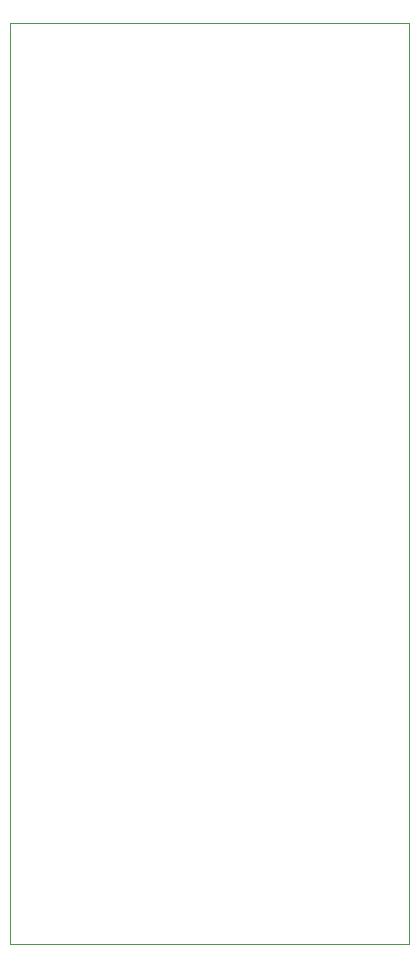
<source format=gm1>
G04 #@! TF.GenerationSoftware,KiCad,Pcbnew,8.0.3*
G04 #@! TF.CreationDate,2024-06-17T12:07:06+02:00*
G04 #@! TF.ProjectId,Rasppipico f_r HAN-port,52617370-7069-4706-9963-6f2066f67220,rev?*
G04 #@! TF.SameCoordinates,Original*
G04 #@! TF.FileFunction,Profile,NP*
%FSLAX46Y46*%
G04 Gerber Fmt 4.6, Leading zero omitted, Abs format (unit mm)*
G04 Created by KiCad (PCBNEW 8.0.3) date 2024-06-17 12:07:06*
%MOMM*%
%LPD*%
G01*
G04 APERTURE LIST*
G04 #@! TA.AperFunction,Profile*
%ADD10C,0.050000*%
G04 #@! TD*
G04 APERTURE END LIST*
D10*
X130175000Y-52578000D02*
X163957000Y-52578000D01*
X163957000Y-130556000D01*
X130175000Y-130556000D01*
X130175000Y-52578000D01*
M02*

</source>
